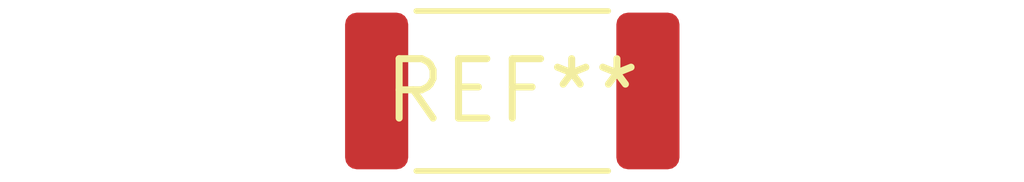
<source format=kicad_pcb>
(kicad_pcb (version 20240108) (generator pcbnew)
  (layers (0 "F.Cu" signal) (31 "B.Cu" signal) (34 "B.Paste" user) (35 "F.Paste" user) (36 "B.SilkS" user "B.Silkscreen") (37 "F.SilkS" user "F.Silkscreen") (38 "B.Mask" user) (39 "F.Mask" user) (44 "Edge.Cuts" user))
  (net 0 "")
  (footprint "Fuse_2512_6332Metric" (layer "F.Cu") (at 0 0)
    (property "Reference" "REF**")
    (property "Value" "Fuse_2512_6332Metric")
    (fp_line (start -2.052064 -1.71) (end 2.052064 -1.71) (layer "F.SilkS") (stroke (width 0.12)))
    (fp_line (start -2.052064 1.71) (end 2.052064 1.71) (layer "F.SilkS") (stroke (width 0.12)))
    (pad "1" smd roundrect (at -2.9 0) (size 1.35 3.35) (layers "F.Cu" "F.Paste" "F.Mask") (roundrect_rratio 0.185185))
    (pad "2" smd roundrect (at 2.9 0) (size 1.35 3.35) (layers "F.Cu" "F.Paste" "F.Mask") (roundrect_rratio 0.185185))
  )
)
</source>
